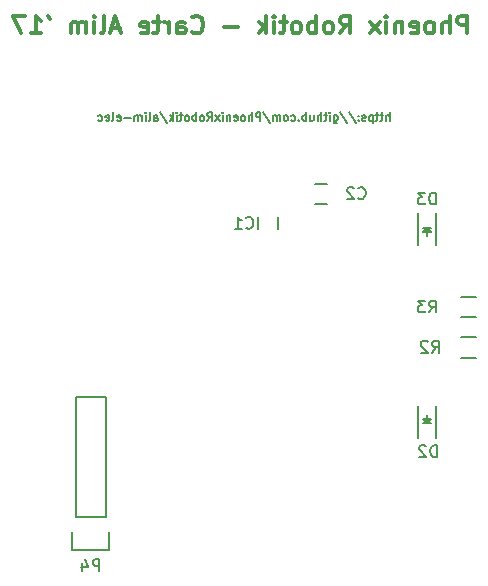
<source format=gbr>
G04 #@! TF.FileFunction,Legend,Bot*
%FSLAX46Y46*%
G04 Gerber Fmt 4.6, Leading zero omitted, Abs format (unit mm)*
G04 Created by KiCad (PCBNEW 4.0.5) date Thu Feb 16 15:21:35 2017*
%MOMM*%
%LPD*%
G01*
G04 APERTURE LIST*
%ADD10C,0.100000*%
%ADD11C,0.175000*%
%ADD12C,0.300000*%
%ADD13C,0.150000*%
G04 APERTURE END LIST*
D10*
D11*
X137316663Y-59816667D02*
X137316663Y-59116667D01*
X137016663Y-59816667D02*
X137016663Y-59450000D01*
X137049997Y-59383333D01*
X137116663Y-59350000D01*
X137216663Y-59350000D01*
X137283330Y-59383333D01*
X137316663Y-59416667D01*
X136783330Y-59350000D02*
X136516664Y-59350000D01*
X136683330Y-59116667D02*
X136683330Y-59716667D01*
X136649997Y-59783333D01*
X136583330Y-59816667D01*
X136516664Y-59816667D01*
X136383330Y-59350000D02*
X136116664Y-59350000D01*
X136283330Y-59116667D02*
X136283330Y-59716667D01*
X136249997Y-59783333D01*
X136183330Y-59816667D01*
X136116664Y-59816667D01*
X135883330Y-59350000D02*
X135883330Y-60050000D01*
X135883330Y-59383333D02*
X135816664Y-59350000D01*
X135683330Y-59350000D01*
X135616664Y-59383333D01*
X135583330Y-59416667D01*
X135549997Y-59483333D01*
X135549997Y-59683333D01*
X135583330Y-59750000D01*
X135616664Y-59783333D01*
X135683330Y-59816667D01*
X135816664Y-59816667D01*
X135883330Y-59783333D01*
X135283331Y-59783333D02*
X135216664Y-59816667D01*
X135083331Y-59816667D01*
X135016664Y-59783333D01*
X134983331Y-59716667D01*
X134983331Y-59683333D01*
X135016664Y-59616667D01*
X135083331Y-59583333D01*
X135183331Y-59583333D01*
X135249997Y-59550000D01*
X135283331Y-59483333D01*
X135283331Y-59450000D01*
X135249997Y-59383333D01*
X135183331Y-59350000D01*
X135083331Y-59350000D01*
X135016664Y-59383333D01*
X134683330Y-59750000D02*
X134649997Y-59783333D01*
X134683330Y-59816667D01*
X134716664Y-59783333D01*
X134683330Y-59750000D01*
X134683330Y-59816667D01*
X134683330Y-59383333D02*
X134649997Y-59416667D01*
X134683330Y-59450000D01*
X134716664Y-59416667D01*
X134683330Y-59383333D01*
X134683330Y-59450000D01*
X133849997Y-59083333D02*
X134449997Y-59983333D01*
X133116664Y-59083333D02*
X133716664Y-59983333D01*
X132583331Y-59350000D02*
X132583331Y-59916667D01*
X132616665Y-59983333D01*
X132649998Y-60016667D01*
X132716665Y-60050000D01*
X132816665Y-60050000D01*
X132883331Y-60016667D01*
X132583331Y-59783333D02*
X132649998Y-59816667D01*
X132783331Y-59816667D01*
X132849998Y-59783333D01*
X132883331Y-59750000D01*
X132916665Y-59683333D01*
X132916665Y-59483333D01*
X132883331Y-59416667D01*
X132849998Y-59383333D01*
X132783331Y-59350000D01*
X132649998Y-59350000D01*
X132583331Y-59383333D01*
X132249998Y-59816667D02*
X132249998Y-59350000D01*
X132249998Y-59116667D02*
X132283332Y-59150000D01*
X132249998Y-59183333D01*
X132216665Y-59150000D01*
X132249998Y-59116667D01*
X132249998Y-59183333D01*
X132016665Y-59350000D02*
X131749999Y-59350000D01*
X131916665Y-59116667D02*
X131916665Y-59716667D01*
X131883332Y-59783333D01*
X131816665Y-59816667D01*
X131749999Y-59816667D01*
X131516665Y-59816667D02*
X131516665Y-59116667D01*
X131216665Y-59816667D02*
X131216665Y-59450000D01*
X131249999Y-59383333D01*
X131316665Y-59350000D01*
X131416665Y-59350000D01*
X131483332Y-59383333D01*
X131516665Y-59416667D01*
X130583332Y-59350000D02*
X130583332Y-59816667D01*
X130883332Y-59350000D02*
X130883332Y-59716667D01*
X130849999Y-59783333D01*
X130783332Y-59816667D01*
X130683332Y-59816667D01*
X130616666Y-59783333D01*
X130583332Y-59750000D01*
X130249999Y-59816667D02*
X130249999Y-59116667D01*
X130249999Y-59383333D02*
X130183333Y-59350000D01*
X130049999Y-59350000D01*
X129983333Y-59383333D01*
X129949999Y-59416667D01*
X129916666Y-59483333D01*
X129916666Y-59683333D01*
X129949999Y-59750000D01*
X129983333Y-59783333D01*
X130049999Y-59816667D01*
X130183333Y-59816667D01*
X130249999Y-59783333D01*
X129616666Y-59750000D02*
X129583333Y-59783333D01*
X129616666Y-59816667D01*
X129650000Y-59783333D01*
X129616666Y-59750000D01*
X129616666Y-59816667D01*
X128983333Y-59783333D02*
X129050000Y-59816667D01*
X129183333Y-59816667D01*
X129250000Y-59783333D01*
X129283333Y-59750000D01*
X129316667Y-59683333D01*
X129316667Y-59483333D01*
X129283333Y-59416667D01*
X129250000Y-59383333D01*
X129183333Y-59350000D01*
X129050000Y-59350000D01*
X128983333Y-59383333D01*
X128583333Y-59816667D02*
X128650000Y-59783333D01*
X128683333Y-59750000D01*
X128716667Y-59683333D01*
X128716667Y-59483333D01*
X128683333Y-59416667D01*
X128650000Y-59383333D01*
X128583333Y-59350000D01*
X128483333Y-59350000D01*
X128416667Y-59383333D01*
X128383333Y-59416667D01*
X128350000Y-59483333D01*
X128350000Y-59683333D01*
X128383333Y-59750000D01*
X128416667Y-59783333D01*
X128483333Y-59816667D01*
X128583333Y-59816667D01*
X128050000Y-59816667D02*
X128050000Y-59350000D01*
X128050000Y-59416667D02*
X128016667Y-59383333D01*
X127950000Y-59350000D01*
X127850000Y-59350000D01*
X127783334Y-59383333D01*
X127750000Y-59450000D01*
X127750000Y-59816667D01*
X127750000Y-59450000D02*
X127716667Y-59383333D01*
X127650000Y-59350000D01*
X127550000Y-59350000D01*
X127483334Y-59383333D01*
X127450000Y-59450000D01*
X127450000Y-59816667D01*
X126616667Y-59083333D02*
X127216667Y-59983333D01*
X126383334Y-59816667D02*
X126383334Y-59116667D01*
X126116668Y-59116667D01*
X126050001Y-59150000D01*
X126016668Y-59183333D01*
X125983334Y-59250000D01*
X125983334Y-59350000D01*
X126016668Y-59416667D01*
X126050001Y-59450000D01*
X126116668Y-59483333D01*
X126383334Y-59483333D01*
X125683334Y-59816667D02*
X125683334Y-59116667D01*
X125383334Y-59816667D02*
X125383334Y-59450000D01*
X125416668Y-59383333D01*
X125483334Y-59350000D01*
X125583334Y-59350000D01*
X125650001Y-59383333D01*
X125683334Y-59416667D01*
X124950001Y-59816667D02*
X125016668Y-59783333D01*
X125050001Y-59750000D01*
X125083335Y-59683333D01*
X125083335Y-59483333D01*
X125050001Y-59416667D01*
X125016668Y-59383333D01*
X124950001Y-59350000D01*
X124850001Y-59350000D01*
X124783335Y-59383333D01*
X124750001Y-59416667D01*
X124716668Y-59483333D01*
X124716668Y-59683333D01*
X124750001Y-59750000D01*
X124783335Y-59783333D01*
X124850001Y-59816667D01*
X124950001Y-59816667D01*
X124150002Y-59783333D02*
X124216668Y-59816667D01*
X124350002Y-59816667D01*
X124416668Y-59783333D01*
X124450002Y-59716667D01*
X124450002Y-59450000D01*
X124416668Y-59383333D01*
X124350002Y-59350000D01*
X124216668Y-59350000D01*
X124150002Y-59383333D01*
X124116668Y-59450000D01*
X124116668Y-59516667D01*
X124450002Y-59583333D01*
X123816668Y-59350000D02*
X123816668Y-59816667D01*
X123816668Y-59416667D02*
X123783335Y-59383333D01*
X123716668Y-59350000D01*
X123616668Y-59350000D01*
X123550002Y-59383333D01*
X123516668Y-59450000D01*
X123516668Y-59816667D01*
X123183335Y-59816667D02*
X123183335Y-59350000D01*
X123183335Y-59116667D02*
X123216669Y-59150000D01*
X123183335Y-59183333D01*
X123150002Y-59150000D01*
X123183335Y-59116667D01*
X123183335Y-59183333D01*
X122916669Y-59816667D02*
X122550002Y-59350000D01*
X122916669Y-59350000D02*
X122550002Y-59816667D01*
X121883335Y-59816667D02*
X122116669Y-59483333D01*
X122283335Y-59816667D02*
X122283335Y-59116667D01*
X122016669Y-59116667D01*
X121950002Y-59150000D01*
X121916669Y-59183333D01*
X121883335Y-59250000D01*
X121883335Y-59350000D01*
X121916669Y-59416667D01*
X121950002Y-59450000D01*
X122016669Y-59483333D01*
X122283335Y-59483333D01*
X121483335Y-59816667D02*
X121550002Y-59783333D01*
X121583335Y-59750000D01*
X121616669Y-59683333D01*
X121616669Y-59483333D01*
X121583335Y-59416667D01*
X121550002Y-59383333D01*
X121483335Y-59350000D01*
X121383335Y-59350000D01*
X121316669Y-59383333D01*
X121283335Y-59416667D01*
X121250002Y-59483333D01*
X121250002Y-59683333D01*
X121283335Y-59750000D01*
X121316669Y-59783333D01*
X121383335Y-59816667D01*
X121483335Y-59816667D01*
X120950002Y-59816667D02*
X120950002Y-59116667D01*
X120950002Y-59383333D02*
X120883336Y-59350000D01*
X120750002Y-59350000D01*
X120683336Y-59383333D01*
X120650002Y-59416667D01*
X120616669Y-59483333D01*
X120616669Y-59683333D01*
X120650002Y-59750000D01*
X120683336Y-59783333D01*
X120750002Y-59816667D01*
X120883336Y-59816667D01*
X120950002Y-59783333D01*
X120216669Y-59816667D02*
X120283336Y-59783333D01*
X120316669Y-59750000D01*
X120350003Y-59683333D01*
X120350003Y-59483333D01*
X120316669Y-59416667D01*
X120283336Y-59383333D01*
X120216669Y-59350000D01*
X120116669Y-59350000D01*
X120050003Y-59383333D01*
X120016669Y-59416667D01*
X119983336Y-59483333D01*
X119983336Y-59683333D01*
X120016669Y-59750000D01*
X120050003Y-59783333D01*
X120116669Y-59816667D01*
X120216669Y-59816667D01*
X119783336Y-59350000D02*
X119516670Y-59350000D01*
X119683336Y-59116667D02*
X119683336Y-59716667D01*
X119650003Y-59783333D01*
X119583336Y-59816667D01*
X119516670Y-59816667D01*
X119283336Y-59816667D02*
X119283336Y-59350000D01*
X119283336Y-59116667D02*
X119316670Y-59150000D01*
X119283336Y-59183333D01*
X119250003Y-59150000D01*
X119283336Y-59116667D01*
X119283336Y-59183333D01*
X118950003Y-59816667D02*
X118950003Y-59116667D01*
X118883337Y-59550000D02*
X118683337Y-59816667D01*
X118683337Y-59350000D02*
X118950003Y-59616667D01*
X117883336Y-59083333D02*
X118483336Y-59983333D01*
X117350003Y-59816667D02*
X117350003Y-59450000D01*
X117383337Y-59383333D01*
X117450003Y-59350000D01*
X117583337Y-59350000D01*
X117650003Y-59383333D01*
X117350003Y-59783333D02*
X117416670Y-59816667D01*
X117583337Y-59816667D01*
X117650003Y-59783333D01*
X117683337Y-59716667D01*
X117683337Y-59650000D01*
X117650003Y-59583333D01*
X117583337Y-59550000D01*
X117416670Y-59550000D01*
X117350003Y-59516667D01*
X116916670Y-59816667D02*
X116983337Y-59783333D01*
X117016670Y-59716667D01*
X117016670Y-59116667D01*
X116650003Y-59816667D02*
X116650003Y-59350000D01*
X116650003Y-59116667D02*
X116683337Y-59150000D01*
X116650003Y-59183333D01*
X116616670Y-59150000D01*
X116650003Y-59116667D01*
X116650003Y-59183333D01*
X116316670Y-59816667D02*
X116316670Y-59350000D01*
X116316670Y-59416667D02*
X116283337Y-59383333D01*
X116216670Y-59350000D01*
X116116670Y-59350000D01*
X116050004Y-59383333D01*
X116016670Y-59450000D01*
X116016670Y-59816667D01*
X116016670Y-59450000D02*
X115983337Y-59383333D01*
X115916670Y-59350000D01*
X115816670Y-59350000D01*
X115750004Y-59383333D01*
X115716670Y-59450000D01*
X115716670Y-59816667D01*
X115383337Y-59550000D02*
X114850004Y-59550000D01*
X114250004Y-59783333D02*
X114316670Y-59816667D01*
X114450004Y-59816667D01*
X114516670Y-59783333D01*
X114550004Y-59716667D01*
X114550004Y-59450000D01*
X114516670Y-59383333D01*
X114450004Y-59350000D01*
X114316670Y-59350000D01*
X114250004Y-59383333D01*
X114216670Y-59450000D01*
X114216670Y-59516667D01*
X114550004Y-59583333D01*
X113816670Y-59816667D02*
X113883337Y-59783333D01*
X113916670Y-59716667D01*
X113916670Y-59116667D01*
X113283337Y-59783333D02*
X113350003Y-59816667D01*
X113483337Y-59816667D01*
X113550003Y-59783333D01*
X113583337Y-59716667D01*
X113583337Y-59450000D01*
X113550003Y-59383333D01*
X113483337Y-59350000D01*
X113350003Y-59350000D01*
X113283337Y-59383333D01*
X113250003Y-59450000D01*
X113250003Y-59516667D01*
X113583337Y-59583333D01*
X112650003Y-59783333D02*
X112716670Y-59816667D01*
X112850003Y-59816667D01*
X112916670Y-59783333D01*
X112950003Y-59750000D01*
X112983337Y-59683333D01*
X112983337Y-59483333D01*
X112950003Y-59416667D01*
X112916670Y-59383333D01*
X112850003Y-59350000D01*
X112716670Y-59350000D01*
X112650003Y-59383333D01*
D12*
X143892857Y-52428571D02*
X143892857Y-50928571D01*
X143321429Y-50928571D01*
X143178571Y-51000000D01*
X143107143Y-51071429D01*
X143035714Y-51214286D01*
X143035714Y-51428571D01*
X143107143Y-51571429D01*
X143178571Y-51642857D01*
X143321429Y-51714286D01*
X143892857Y-51714286D01*
X142392857Y-52428571D02*
X142392857Y-50928571D01*
X141750000Y-52428571D02*
X141750000Y-51642857D01*
X141821429Y-51500000D01*
X141964286Y-51428571D01*
X142178571Y-51428571D01*
X142321429Y-51500000D01*
X142392857Y-51571429D01*
X140821428Y-52428571D02*
X140964286Y-52357143D01*
X141035714Y-52285714D01*
X141107143Y-52142857D01*
X141107143Y-51714286D01*
X141035714Y-51571429D01*
X140964286Y-51500000D01*
X140821428Y-51428571D01*
X140607143Y-51428571D01*
X140464286Y-51500000D01*
X140392857Y-51571429D01*
X140321428Y-51714286D01*
X140321428Y-52142857D01*
X140392857Y-52285714D01*
X140464286Y-52357143D01*
X140607143Y-52428571D01*
X140821428Y-52428571D01*
X139107143Y-52357143D02*
X139250000Y-52428571D01*
X139535714Y-52428571D01*
X139678571Y-52357143D01*
X139750000Y-52214286D01*
X139750000Y-51642857D01*
X139678571Y-51500000D01*
X139535714Y-51428571D01*
X139250000Y-51428571D01*
X139107143Y-51500000D01*
X139035714Y-51642857D01*
X139035714Y-51785714D01*
X139750000Y-51928571D01*
X138392857Y-51428571D02*
X138392857Y-52428571D01*
X138392857Y-51571429D02*
X138321429Y-51500000D01*
X138178571Y-51428571D01*
X137964286Y-51428571D01*
X137821429Y-51500000D01*
X137750000Y-51642857D01*
X137750000Y-52428571D01*
X137035714Y-52428571D02*
X137035714Y-51428571D01*
X137035714Y-50928571D02*
X137107143Y-51000000D01*
X137035714Y-51071429D01*
X136964286Y-51000000D01*
X137035714Y-50928571D01*
X137035714Y-51071429D01*
X136464285Y-52428571D02*
X135678571Y-51428571D01*
X136464285Y-51428571D02*
X135678571Y-52428571D01*
X133107142Y-52428571D02*
X133607142Y-51714286D01*
X133964285Y-52428571D02*
X133964285Y-50928571D01*
X133392857Y-50928571D01*
X133249999Y-51000000D01*
X133178571Y-51071429D01*
X133107142Y-51214286D01*
X133107142Y-51428571D01*
X133178571Y-51571429D01*
X133249999Y-51642857D01*
X133392857Y-51714286D01*
X133964285Y-51714286D01*
X132249999Y-52428571D02*
X132392857Y-52357143D01*
X132464285Y-52285714D01*
X132535714Y-52142857D01*
X132535714Y-51714286D01*
X132464285Y-51571429D01*
X132392857Y-51500000D01*
X132249999Y-51428571D01*
X132035714Y-51428571D01*
X131892857Y-51500000D01*
X131821428Y-51571429D01*
X131749999Y-51714286D01*
X131749999Y-52142857D01*
X131821428Y-52285714D01*
X131892857Y-52357143D01*
X132035714Y-52428571D01*
X132249999Y-52428571D01*
X131107142Y-52428571D02*
X131107142Y-50928571D01*
X131107142Y-51500000D02*
X130964285Y-51428571D01*
X130678571Y-51428571D01*
X130535714Y-51500000D01*
X130464285Y-51571429D01*
X130392856Y-51714286D01*
X130392856Y-52142857D01*
X130464285Y-52285714D01*
X130535714Y-52357143D01*
X130678571Y-52428571D01*
X130964285Y-52428571D01*
X131107142Y-52357143D01*
X129535713Y-52428571D02*
X129678571Y-52357143D01*
X129749999Y-52285714D01*
X129821428Y-52142857D01*
X129821428Y-51714286D01*
X129749999Y-51571429D01*
X129678571Y-51500000D01*
X129535713Y-51428571D01*
X129321428Y-51428571D01*
X129178571Y-51500000D01*
X129107142Y-51571429D01*
X129035713Y-51714286D01*
X129035713Y-52142857D01*
X129107142Y-52285714D01*
X129178571Y-52357143D01*
X129321428Y-52428571D01*
X129535713Y-52428571D01*
X128607142Y-51428571D02*
X128035713Y-51428571D01*
X128392856Y-50928571D02*
X128392856Y-52214286D01*
X128321428Y-52357143D01*
X128178570Y-52428571D01*
X128035713Y-52428571D01*
X127535713Y-52428571D02*
X127535713Y-51428571D01*
X127535713Y-50928571D02*
X127607142Y-51000000D01*
X127535713Y-51071429D01*
X127464285Y-51000000D01*
X127535713Y-50928571D01*
X127535713Y-51071429D01*
X126821427Y-52428571D02*
X126821427Y-50928571D01*
X126678570Y-51857143D02*
X126249999Y-52428571D01*
X126249999Y-51428571D02*
X126821427Y-52000000D01*
X124464284Y-51857143D02*
X123321427Y-51857143D01*
X120607141Y-52285714D02*
X120678570Y-52357143D01*
X120892856Y-52428571D01*
X121035713Y-52428571D01*
X121249998Y-52357143D01*
X121392856Y-52214286D01*
X121464284Y-52071429D01*
X121535713Y-51785714D01*
X121535713Y-51571429D01*
X121464284Y-51285714D01*
X121392856Y-51142857D01*
X121249998Y-51000000D01*
X121035713Y-50928571D01*
X120892856Y-50928571D01*
X120678570Y-51000000D01*
X120607141Y-51071429D01*
X119321427Y-52428571D02*
X119321427Y-51642857D01*
X119392856Y-51500000D01*
X119535713Y-51428571D01*
X119821427Y-51428571D01*
X119964284Y-51500000D01*
X119321427Y-52357143D02*
X119464284Y-52428571D01*
X119821427Y-52428571D01*
X119964284Y-52357143D01*
X120035713Y-52214286D01*
X120035713Y-52071429D01*
X119964284Y-51928571D01*
X119821427Y-51857143D01*
X119464284Y-51857143D01*
X119321427Y-51785714D01*
X118607141Y-52428571D02*
X118607141Y-51428571D01*
X118607141Y-51714286D02*
X118535713Y-51571429D01*
X118464284Y-51500000D01*
X118321427Y-51428571D01*
X118178570Y-51428571D01*
X117892856Y-51428571D02*
X117321427Y-51428571D01*
X117678570Y-50928571D02*
X117678570Y-52214286D01*
X117607142Y-52357143D01*
X117464284Y-52428571D01*
X117321427Y-52428571D01*
X116249999Y-52357143D02*
X116392856Y-52428571D01*
X116678570Y-52428571D01*
X116821427Y-52357143D01*
X116892856Y-52214286D01*
X116892856Y-51642857D01*
X116821427Y-51500000D01*
X116678570Y-51428571D01*
X116392856Y-51428571D01*
X116249999Y-51500000D01*
X116178570Y-51642857D01*
X116178570Y-51785714D01*
X116892856Y-51928571D01*
X114464285Y-52000000D02*
X113749999Y-52000000D01*
X114607142Y-52428571D02*
X114107142Y-50928571D01*
X113607142Y-52428571D01*
X112892856Y-52428571D02*
X113035714Y-52357143D01*
X113107142Y-52214286D01*
X113107142Y-50928571D01*
X112321428Y-52428571D02*
X112321428Y-51428571D01*
X112321428Y-50928571D02*
X112392857Y-51000000D01*
X112321428Y-51071429D01*
X112250000Y-51000000D01*
X112321428Y-50928571D01*
X112321428Y-51071429D01*
X111607142Y-52428571D02*
X111607142Y-51428571D01*
X111607142Y-51571429D02*
X111535714Y-51500000D01*
X111392856Y-51428571D01*
X111178571Y-51428571D01*
X111035714Y-51500000D01*
X110964285Y-51642857D01*
X110964285Y-52428571D01*
X110964285Y-51642857D02*
X110892856Y-51500000D01*
X110749999Y-51428571D01*
X110535714Y-51428571D01*
X110392856Y-51500000D01*
X110321428Y-51642857D01*
X110321428Y-52428571D01*
X108392857Y-50928571D02*
X108535714Y-51214286D01*
X106964285Y-52428571D02*
X107821428Y-52428571D01*
X107392856Y-52428571D02*
X107392856Y-50928571D01*
X107535713Y-51142857D01*
X107678571Y-51285714D01*
X107821428Y-51357143D01*
X106464285Y-50928571D02*
X105464285Y-50928571D01*
X106107142Y-52428571D01*
D13*
X143400000Y-76475000D02*
X144600000Y-76475000D01*
X144600000Y-74725000D02*
X143400000Y-74725000D01*
X141250000Y-67650000D02*
X141250000Y-70350000D01*
X139750000Y-67650000D02*
X139750000Y-70350000D01*
X140650000Y-69150000D02*
X140400000Y-69150000D01*
X140400000Y-69150000D02*
X140550000Y-69000000D01*
X140150000Y-68900000D02*
X140850000Y-68900000D01*
X140500000Y-69250000D02*
X140500000Y-69600000D01*
X140500000Y-68900000D02*
X140150000Y-69250000D01*
X140150000Y-69250000D02*
X140850000Y-69250000D01*
X140850000Y-69250000D02*
X140500000Y-68900000D01*
X139750000Y-86700000D02*
X139750000Y-84000000D01*
X141250000Y-86700000D02*
X141250000Y-84000000D01*
X140350000Y-85200000D02*
X140600000Y-85200000D01*
X140600000Y-85200000D02*
X140450000Y-85350000D01*
X140850000Y-85450000D02*
X140150000Y-85450000D01*
X140500000Y-85100000D02*
X140500000Y-84750000D01*
X140500000Y-85450000D02*
X140850000Y-85100000D01*
X140850000Y-85100000D02*
X140150000Y-85100000D01*
X140150000Y-85100000D02*
X140500000Y-85450000D01*
X143400000Y-79875000D02*
X144600000Y-79875000D01*
X144600000Y-78125000D02*
X143400000Y-78125000D01*
X127850000Y-68000000D02*
X127850000Y-69000000D01*
X126150000Y-69000000D02*
X126150000Y-68000000D01*
X131000000Y-65150000D02*
X132000000Y-65150000D01*
X132000000Y-66850000D02*
X131000000Y-66850000D01*
X110450000Y-94620000D02*
X110450000Y-96170000D01*
X110450000Y-96170000D02*
X113550000Y-96170000D01*
X113550000Y-96170000D02*
X113550000Y-94620000D01*
X113270000Y-93350000D02*
X113270000Y-83190000D01*
X113270000Y-83190000D02*
X110730000Y-83190000D01*
X110730000Y-83190000D02*
X110730000Y-93350000D01*
X113270000Y-93350000D02*
X110730000Y-93350000D01*
X140666666Y-76052381D02*
X141000000Y-75576190D01*
X141238095Y-76052381D02*
X141238095Y-75052381D01*
X140857142Y-75052381D01*
X140761904Y-75100000D01*
X140714285Y-75147619D01*
X140666666Y-75242857D01*
X140666666Y-75385714D01*
X140714285Y-75480952D01*
X140761904Y-75528571D01*
X140857142Y-75576190D01*
X141238095Y-75576190D01*
X140333333Y-75052381D02*
X139714285Y-75052381D01*
X140047619Y-75433333D01*
X139904761Y-75433333D01*
X139809523Y-75480952D01*
X139761904Y-75528571D01*
X139714285Y-75623810D01*
X139714285Y-75861905D01*
X139761904Y-75957143D01*
X139809523Y-76004762D01*
X139904761Y-76052381D01*
X140190476Y-76052381D01*
X140285714Y-76004762D01*
X140333333Y-75957143D01*
X141238095Y-66903361D02*
X141238095Y-65903361D01*
X141000000Y-65903361D01*
X140857142Y-65950980D01*
X140761904Y-66046218D01*
X140714285Y-66141456D01*
X140666666Y-66331932D01*
X140666666Y-66474790D01*
X140714285Y-66665266D01*
X140761904Y-66760504D01*
X140857142Y-66855742D01*
X141000000Y-66903361D01*
X141238095Y-66903361D01*
X140333333Y-65903361D02*
X139714285Y-65903361D01*
X140047619Y-66284313D01*
X139904761Y-66284313D01*
X139809523Y-66331932D01*
X139761904Y-66379551D01*
X139714285Y-66474790D01*
X139714285Y-66712885D01*
X139761904Y-66808123D01*
X139809523Y-66855742D01*
X139904761Y-66903361D01*
X140190476Y-66903361D01*
X140285714Y-66855742D01*
X140333333Y-66808123D01*
X141338095Y-88302381D02*
X141338095Y-87302381D01*
X141100000Y-87302381D01*
X140957142Y-87350000D01*
X140861904Y-87445238D01*
X140814285Y-87540476D01*
X140766666Y-87730952D01*
X140766666Y-87873810D01*
X140814285Y-88064286D01*
X140861904Y-88159524D01*
X140957142Y-88254762D01*
X141100000Y-88302381D01*
X141338095Y-88302381D01*
X140385714Y-87397619D02*
X140338095Y-87350000D01*
X140242857Y-87302381D01*
X140004761Y-87302381D01*
X139909523Y-87350000D01*
X139861904Y-87397619D01*
X139814285Y-87492857D01*
X139814285Y-87588095D01*
X139861904Y-87730952D01*
X140433333Y-88302381D01*
X139814285Y-88302381D01*
X140916666Y-79452381D02*
X141250000Y-78976190D01*
X141488095Y-79452381D02*
X141488095Y-78452381D01*
X141107142Y-78452381D01*
X141011904Y-78500000D01*
X140964285Y-78547619D01*
X140916666Y-78642857D01*
X140916666Y-78785714D01*
X140964285Y-78880952D01*
X141011904Y-78928571D01*
X141107142Y-78976190D01*
X141488095Y-78976190D01*
X140535714Y-78547619D02*
X140488095Y-78500000D01*
X140392857Y-78452381D01*
X140154761Y-78452381D01*
X140059523Y-78500000D01*
X140011904Y-78547619D01*
X139964285Y-78642857D01*
X139964285Y-78738095D01*
X140011904Y-78880952D01*
X140583333Y-79452381D01*
X139964285Y-79452381D01*
X125166666Y-68857143D02*
X125214285Y-68904762D01*
X125357142Y-68952381D01*
X125452380Y-68952381D01*
X125595238Y-68904762D01*
X125690476Y-68809524D01*
X125738095Y-68714286D01*
X125785714Y-68523810D01*
X125785714Y-68380952D01*
X125738095Y-68190476D01*
X125690476Y-68095238D01*
X125595238Y-68000000D01*
X125452380Y-67952381D01*
X125357142Y-67952381D01*
X125214285Y-68000000D01*
X125166666Y-68047619D01*
X124214285Y-68952381D02*
X124785714Y-68952381D01*
X124500000Y-68952381D02*
X124500000Y-67952381D01*
X124595238Y-68095238D01*
X124690476Y-68190476D01*
X124785714Y-68238095D01*
X134666666Y-66357143D02*
X134714285Y-66404762D01*
X134857142Y-66452381D01*
X134952380Y-66452381D01*
X135095238Y-66404762D01*
X135190476Y-66309524D01*
X135238095Y-66214286D01*
X135285714Y-66023810D01*
X135285714Y-65880952D01*
X135238095Y-65690476D01*
X135190476Y-65595238D01*
X135095238Y-65500000D01*
X134952380Y-65452381D01*
X134857142Y-65452381D01*
X134714285Y-65500000D01*
X134666666Y-65547619D01*
X134285714Y-65547619D02*
X134238095Y-65500000D01*
X134142857Y-65452381D01*
X133904761Y-65452381D01*
X133809523Y-65500000D01*
X133761904Y-65547619D01*
X133714285Y-65642857D01*
X133714285Y-65738095D01*
X133761904Y-65880952D01*
X134333333Y-66452381D01*
X133714285Y-66452381D01*
X112738095Y-97952381D02*
X112738095Y-96952381D01*
X112357142Y-96952381D01*
X112261904Y-97000000D01*
X112214285Y-97047619D01*
X112166666Y-97142857D01*
X112166666Y-97285714D01*
X112214285Y-97380952D01*
X112261904Y-97428571D01*
X112357142Y-97476190D01*
X112738095Y-97476190D01*
X111309523Y-97285714D02*
X111309523Y-97952381D01*
X111547619Y-96904762D02*
X111785714Y-97619048D01*
X111166666Y-97619048D01*
M02*

</source>
